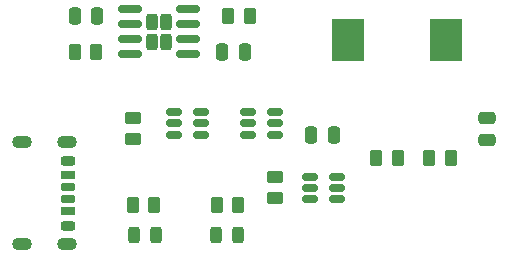
<source format=gbr>
%TF.GenerationSoftware,KiCad,Pcbnew,9.0.1*%
%TF.CreationDate,2025-07-07T08:11:32+05:30*%
%TF.ProjectId,BATTERY_CHARGING,42415454-4552-4595-9f43-48415247494e,rev?*%
%TF.SameCoordinates,Original*%
%TF.FileFunction,Paste,Top*%
%TF.FilePolarity,Positive*%
%FSLAX46Y46*%
G04 Gerber Fmt 4.6, Leading zero omitted, Abs format (unit mm)*
G04 Created by KiCad (PCBNEW 9.0.1) date 2025-07-07 08:11:32*
%MOMM*%
%LPD*%
G01*
G04 APERTURE LIST*
G04 Aperture macros list*
%AMRoundRect*
0 Rectangle with rounded corners*
0 $1 Rounding radius*
0 $2 $3 $4 $5 $6 $7 $8 $9 X,Y pos of 4 corners*
0 Add a 4 corners polygon primitive as box body*
4,1,4,$2,$3,$4,$5,$6,$7,$8,$9,$2,$3,0*
0 Add four circle primitives for the rounded corners*
1,1,$1+$1,$2,$3*
1,1,$1+$1,$4,$5*
1,1,$1+$1,$6,$7*
1,1,$1+$1,$8,$9*
0 Add four rect primitives between the rounded corners*
20,1,$1+$1,$2,$3,$4,$5,0*
20,1,$1+$1,$4,$5,$6,$7,0*
20,1,$1+$1,$6,$7,$8,$9,0*
20,1,$1+$1,$8,$9,$2,$3,0*%
G04 Aperture macros list end*
%ADD10RoundRect,0.175000X-0.425000X0.175000X-0.425000X-0.175000X0.425000X-0.175000X0.425000X0.175000X0*%
%ADD11RoundRect,0.190000X0.410000X-0.190000X0.410000X0.190000X-0.410000X0.190000X-0.410000X-0.190000X0*%
%ADD12RoundRect,0.200000X0.400000X-0.200000X0.400000X0.200000X-0.400000X0.200000X-0.400000X-0.200000X0*%
%ADD13RoundRect,0.175000X0.425000X-0.175000X0.425000X0.175000X-0.425000X0.175000X-0.425000X-0.175000X0*%
%ADD14RoundRect,0.190000X-0.410000X0.190000X-0.410000X-0.190000X0.410000X-0.190000X0.410000X0.190000X0*%
%ADD15RoundRect,0.200000X-0.400000X0.200000X-0.400000X-0.200000X0.400000X-0.200000X0.400000X0.200000X0*%
%ADD16O,1.700000X1.100000*%
%ADD17RoundRect,0.250000X-0.262500X-0.450000X0.262500X-0.450000X0.262500X0.450000X-0.262500X0.450000X0*%
%ADD18RoundRect,0.250000X0.475000X-0.250000X0.475000X0.250000X-0.475000X0.250000X-0.475000X-0.250000X0*%
%ADD19RoundRect,0.150000X-0.512500X-0.150000X0.512500X-0.150000X0.512500X0.150000X-0.512500X0.150000X0*%
%ADD20RoundRect,0.250000X-0.250000X-0.475000X0.250000X-0.475000X0.250000X0.475000X-0.250000X0.475000X0*%
%ADD21RoundRect,0.250000X0.250000X0.475000X-0.250000X0.475000X-0.250000X-0.475000X0.250000X-0.475000X0*%
%ADD22RoundRect,0.250000X-0.450000X0.262500X-0.450000X-0.262500X0.450000X-0.262500X0.450000X0.262500X0*%
%ADD23RoundRect,0.250000X-0.255000X-0.440000X0.255000X-0.440000X0.255000X0.440000X-0.255000X0.440000X0*%
%ADD24RoundRect,0.150000X-0.825000X-0.150000X0.825000X-0.150000X0.825000X0.150000X-0.825000X0.150000X0*%
%ADD25R,2.700000X3.600000*%
%ADD26RoundRect,0.250000X0.450000X-0.262500X0.450000X0.262500X-0.450000X0.262500X-0.450000X-0.262500X0*%
%ADD27RoundRect,0.250000X0.262500X0.450000X-0.262500X0.450000X-0.262500X-0.450000X0.262500X-0.450000X0*%
%ADD28RoundRect,0.243750X-0.243750X-0.456250X0.243750X-0.456250X0.243750X0.456250X-0.243750X0.456250X0*%
G04 APERTURE END LIST*
D10*
%TO.C,J1*%
X128500000Y-116980000D03*
D11*
X128500000Y-119000000D03*
D12*
X128500000Y-120230000D03*
D13*
X128500000Y-117980000D03*
D14*
X128500000Y-115960000D03*
D15*
X128500000Y-114730000D03*
D16*
X128420000Y-113160000D03*
X124620000Y-113160000D03*
X128420000Y-121800000D03*
X124620000Y-121800000D03*
%TD*%
D17*
%TO.C,R7*%
X159087500Y-114500000D03*
X160912500Y-114500000D03*
%TD*%
D18*
%TO.C,C2*%
X164000000Y-113000000D03*
X164000000Y-111100000D03*
%TD*%
D19*
%TO.C,Q1*%
X143725000Y-110600000D03*
X143725000Y-111550000D03*
X143725000Y-112500000D03*
X146000000Y-112500000D03*
X146000000Y-111550000D03*
X146000000Y-110600000D03*
%TD*%
D17*
%TO.C,R5*%
X154587500Y-114500000D03*
X156412500Y-114500000D03*
%TD*%
D20*
%TO.C,C1*%
X129100000Y-102500000D03*
X131000000Y-102500000D03*
%TD*%
D19*
%TO.C,U2*%
X137500000Y-110600000D03*
X137500000Y-111550000D03*
X137500000Y-112500000D03*
X139775000Y-112500000D03*
X139775000Y-111550000D03*
X139775000Y-110600000D03*
%TD*%
D21*
%TO.C,C3*%
X151000000Y-112500000D03*
X149100000Y-112500000D03*
%TD*%
D19*
%TO.C,U3*%
X149000000Y-116100000D03*
X149000000Y-117050000D03*
X149000000Y-118000000D03*
X151275000Y-118000000D03*
X151275000Y-117050000D03*
X151275000Y-116100000D03*
%TD*%
D17*
%TO.C,R3*%
X142087500Y-102500000D03*
X143912500Y-102500000D03*
%TD*%
D22*
%TO.C,R1*%
X134000000Y-111087500D03*
X134000000Y-112912500D03*
%TD*%
D23*
%TO.C,U1*%
X135600000Y-102975000D03*
X135600000Y-104625000D03*
X136800000Y-102975000D03*
X136800000Y-104625000D03*
D24*
X133725000Y-101895000D03*
X133725000Y-103165000D03*
X133725000Y-104435000D03*
X133725000Y-105705000D03*
X138675000Y-105705000D03*
X138675000Y-104435000D03*
X138675000Y-103165000D03*
X138675000Y-101895000D03*
%TD*%
D25*
%TO.C,L1*%
X152200000Y-104500000D03*
X160500000Y-104500000D03*
%TD*%
D26*
%TO.C,R8*%
X146000000Y-117912500D03*
X146000000Y-116087500D03*
%TD*%
D27*
%TO.C,R6*%
X142912500Y-118500000D03*
X141087500Y-118500000D03*
%TD*%
D28*
%TO.C,D2*%
X141062500Y-121000000D03*
X142937500Y-121000000D03*
%TD*%
%TO.C,D1*%
X134062500Y-121000000D03*
X135937500Y-121000000D03*
%TD*%
D27*
%TO.C,R2*%
X130912500Y-105500000D03*
X129087500Y-105500000D03*
%TD*%
D20*
%TO.C,C4*%
X141550000Y-105500000D03*
X143450000Y-105500000D03*
%TD*%
D17*
%TO.C,R4*%
X134000000Y-118500000D03*
X135825000Y-118500000D03*
%TD*%
M02*

</source>
